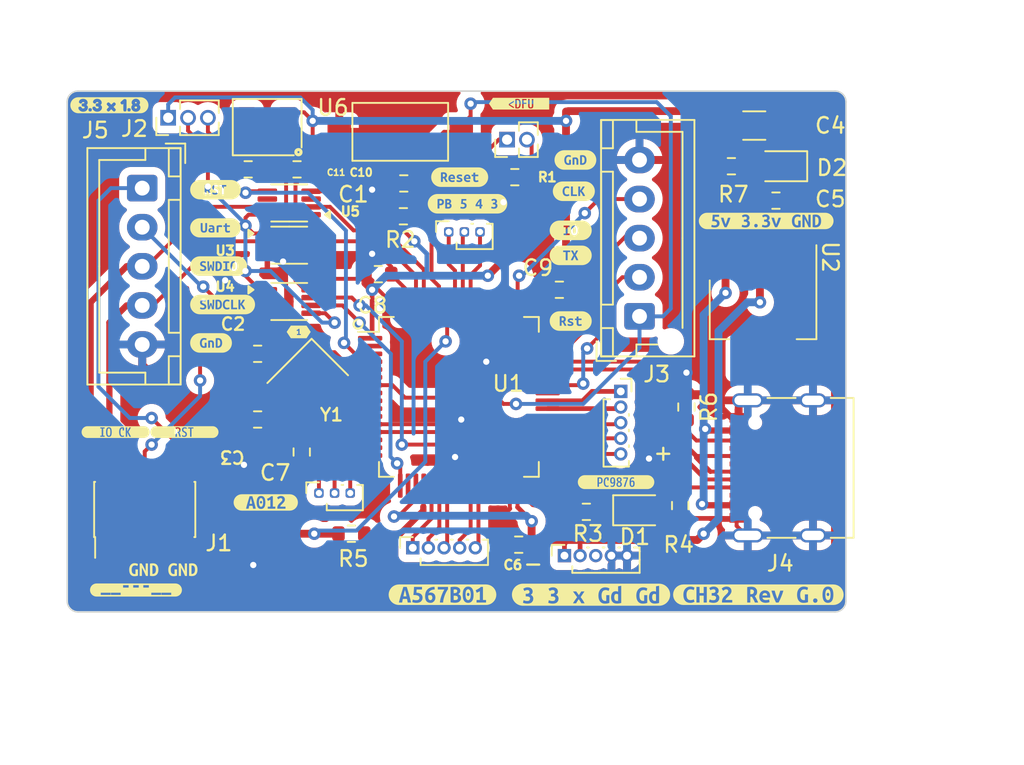
<source format=kicad_pcb>
(kicad_pcb (version 20240108) (generator "pcbnew") (generator_version "8.0")
  (layers (0 "F.Cu" signal) (31 "B.Cu" signal) (34 "B.Paste" user) (35 "F.Paste" user) (36 "B.SilkS" user "B.Silkscreen") (37 "F.SilkS" user "F.Silkscreen") (38 "B.Mask" user) (39 "F.Mask" user) (44 "Edge.Cuts" user))
  (net 0 "")
  (net 1 "+3.3V")
  (net 2 "SWIO_DIR_3V")
  (net 4 "Net-(U1-PF0)")
  (net 5 "Net-(U1-PF1)")
  (net 10 "GND")
  (net 11 "unconnected-(U1-PA0-Pad14)")
  (net 12 "unconnected-(U1-PA1-Pad15)")
  (net 13 "unconnected-(U1-PA2-Pad16)")
  (net 15 "unconnected-(U1-PA5-Pad21)")
  (net 16 "unconnected-(U1-PA6-Pad22)")
  (net 17 "unconnected-(U1-PA7-Pad23)")
  (net 20 "unconnected-(U1-PB0-Pad26)")
  (net 21 "unconnected-(U1-PB1-Pad27)")
  (net 23 "OUT_UART_TX")
  (net 24 "OUT_UART_RX")
  (net 26 "unconnected-(U1-PB15-Pad36)")
  (net 27 "unconnected-(U1-PC6-Pad37)")
  (net 28 "unconnected-(U1-PC7-Pad38)")
  (net 29 "unconnected-(U1-PC8-Pad39)")
  (net 30 "unconnected-(U1-PC9-Pad40)")
  (net 32 "UART_TX")
  (net 34 "D-")
  (net 35 "D+")
  (net 36 "SWDIO")
  (net 37 "SWDCLK")
  (net 43 "unconnected-(U1-PB3-Pad55)")
  (net 44 "unconnected-(U1-PB4-Pad56)")
  (net 45 "unconnected-(U1-PB5-Pad57)")
  (net 46 "INOUT_NRESET")
  (net 47 "OUT_SWDIO")
  (net 48 "OUT_SWDCLK")
  (net 49 "Net-(D1-K)")
  (net 50 "IN_FORCE_DFU")
  (net 52 "Net-(U2-VI)")
  (net 53 "Net-(J4-CC2)")
  (net 54 "Net-(J4-CC1)")
  (net 56 "NRESET")
  (net 62 "Net-(U1-PA4)")
  (net 63 "INOUT_SWO")
  (net 64 "Net-(D2-A)")
  (net 65 "Net-(J2_DFU1-Pin_2)")
  (net 66 "Net-(U1-PB13)")
  (net 68 "OUT_UART_RX_3V")
  (net 69 "INOUT_SWO_3v")
  (net 70 "VTREF")
  (net 71 "OUT_SWDIO_3V")
  (net 73 "OUT_SWDCLK_3V")
  (net 78 "V1.8")
  (footprint "kibuzzard-66C04372" (layer "F.Cu") (at 112.9 97.5)
    (property "Reference" "kibuzzard-66C04372" (hide yes))
    (property "Value" "G***" (hide yes))
  )
  (footprint "kibuzzard-6714B049" (layer "F.Cu") (at 134.4 67.7)
    (property "Reference" "kibuzzard-6714B049" (hide yes))
    (property "Value" "G***" (hide yes))
  )
  (footprint "Resistor_SMD:R_0603_1608Metric" (layer "F.Cu") (at 117.075 71.9)
    (property "Reference" "C11")
    (property "Value" "100n")
  )
  (footprint "Connector_PinHeader_1.27mm:PinHeader_1x03_P1.27mm_Vertical" (layer "F.Cu") (at 111.96 68.6 90)
    (property "Reference" "J2")
    (property "Value" "Conn_01x03_Socket")
  )
  (footprint "kibuzzard-65C1C7F5" (layer "F.Cu") (at 115.185364 78.085762)
    (property "Reference" "kibuzzard-65C1C7F5" (hide yes))
    (property "Value" "G***" (hide yes))
  )
  (footprint "Connector_PinHeader_1.27mm:PinHeader_1x02_P1.27mm_Vertical" (layer "F.Cu") (at 133.63 70 90)
    (property "Reference" "J2_DFU1" (hide yes))
    (property "Value" "con2")
  )
  (footprint "kibuzzard-6713DC16" (layer "F.Cu") (at 113 88.7)
    (property "Reference" "kibuzzard-6713DC16" (hide yes))
    (property "Value" "G***" (hide yes))
  )
  (footprint "Resistor_SMD:R_0603_1608Metric" (layer "F.Cu") (at 138.7 93.8 180)
    (property "Reference" "R3")
    (property "Value" "330")
  )
  (footprint "Resistor_SMD:R_0603_1608Metric" (layer "F.Cu") (at 150.825 73.9)
    (property "Reference" "C5")
    (property "Value" "100n")
  )
  (footprint "Connector_PinSocket_1.00mm:PinSocket_1x05_P1.00mm_Vertical" (layer "F.Cu") (at 137.3 96.6 90)
    (property "Reference" "-")
    (property "Value" "PinSocket_1x05_P1.00mm_Vertical")
  )
  (footprint "Resistor_SMD:R_0603_1608Metric" (layer "F.Cu") (at 134.375 95.9 180)
    (property "Reference" "C6")
    (property "Value" "100n")
  )
  (footprint "Resistor_SMD:R_0603_1608Metric" (layer "F.Cu") (at 134.125 72.4 180)
    (property "Reference" "R1")
    (property "Value" "1k")
  )
  (footprint "Button_Switch_SMD:SW_SPST_CK_RS282G05A3" (layer "F.Cu") (at 126.8 69.5 180)
    (property "Reference" "RST1" (hide yes))
    (property "Value" "SW_DIP_x01")
  )
  (footprint "Resistor_SMD:R_0603_1608Metric" (layer "F.Cu") (at 120.5 89.975 90)
    (property "Reference" "C7")
    (property "Value" "100n")
  )
  (footprint "kibuzzard-67135D9A" (layer "F.Cu") (at 118.2 93.2)
    (property "Reference" "kibuzzard-67135D9A" (hide yes))
    (property "Value" "G***" (hide yes))
  )
  (footprint "kibuzzard-65C1C8EE" (layer "F.Cu") (at 137.9 73.3)
    (property "Reference" "kibuzzard-65C1C8EE" (hide yes))
    (property "Value" "G***" (hide yes))
  )
  (footprint "kibuzzard-65C1C789" (layer "F.Cu") (at 114.7 83)
    (property "Reference" "kibuzzard-65C1C789" (hide yes))
    (property "Value" "G***" (hide yes))
  )
  (footprint "Diode_SMD:D_0805_2012Metric" (layer "F.Cu") (at 151.1375 71.7 180)
    (property "Reference" "D2")
    (property "Value" "LED")
  )
  (footprint "Package_TO_SOT_SMD:SOT-223" (layer "F.Cu") (at 150 80.85 -90)
    (property "Reference" "U2")
    (property "Value" "LM1117-3.3")
  )
  (footprint "Package_SO:VSSOP-8_2.3x2mm_P0.5mm" (layer "F.Cu") (at 119.7 74.05 180)
    (property "Reference" "U5")
    (property "Value" "VTREF<->3V")
  )
  (footprint "Resistor_SMD:R_0603_1608Metric" (layer "F.Cu") (at 147.975 71.7)
    (property "Reference" "R7")
    (property "Value" "330")
  )
  (footprint "Resistor_SMD:R_0603_1608Metric" (layer "F.Cu") (at 145.1 87.1 -90)
    (property "Reference" "R6")
    (property "Value" "5.1k")
  )
  (footprint "Resistor_SMD:R_0603_1608Metric" (layer "F.Cu") (at 127.025 72.8 180)
    (property "Reference" "C1")
    (property "Value" "100n")
  )
  (footprint "kibuzzard-65C1C9D7" (layer "F.Cu") (at 130.6 72.4)
    (property "Reference" "kibuzzard-65C1C9D7" (hide yes))
    (property "Value" "G***" (hide yes))
  )
  (footprint "kibuzzard-6713DC2E" (layer "F.Cu") (at 108.6 88.7)
    (property "Reference" "kibuzzard-6713DC2E" (hide yes))
    (property "Value" "G***" (hide yes))
  )
  (footprint "Diode_SMD:D_0805_2012Metric" (layer "F.Cu") (at 142.1 93.7)
    (property "Reference" "D1")
    (property "Value" "LED")
  )
  (footprint "Connector_PinSocket_1.00mm:PinSocket_1x05_P1.00mm_Vertical" (layer "F.Cu") (at 127.6 96.1 90)
    (property "Reference" "PA4567" (hide yes))
    (property "Value" "PinSocket_1x05_P1.00mm_Vertical")
  )
  (footprint "Connector_PinSocket_1.00mm:PinSocket_1x05_P1.00mm_Vertical" (layer "F.Cu") (at 140.9 86.1)
    (property "Reference" "x2" (hide yes))
    (property "Value" "PinSocket_1x05_P1.00mm_Vertical")
  )
  (footprint "Capacitor_SMD:C_1206_3216Metric_Pad1.33x1.80mm_HandSolder" (layer "F.Cu") (at 149.4375 69.1)
    (property "Reference" "C4")
    (property "Value" "100u")
  )
  (footprint "kibuzzard-671361D3" (layer "F.Cu") (at 120.305025 82.294975)
    (property "Reference" "kibuzzard-671361D3" (hide yes))
    (property "Value" "G***" (hide yes))
  )
  (footprint "Connector_PinSocket_1.00mm:PinSocket_1x03_P1.00mm_Vertical" (layer "F.Cu") (at 121.6 92.6 90)
    (property "Reference" "x" (hide yes))
    (property "Value" "PinSocket_1x03_P1.00mm_Vertical")
  )
  (footprint "Resistor_SMD:R_0603_1608Metric" (layer "F.Cu") (at 125.4 78.6)
    (property "Reference" "C8")
    (property "Value" "100n")
  )
  (footprint "kibuzzard-6714FD4B" (layer "F.Cu") (at 139 99.1)
    (property "Reference" "kibuzzard-6714FD4B" (hide yes))
    (property "Value" "G***" (hide yes))
  )
  (footprint "kibuzzard-65C1C972" (layer "F.Cu") (at 137.7 81.6)
    (property "Reference" "kibuzzard-65C1C972" (hide yes))
    (property "Value" "G***" (hide yes))
  )
  (footprint "Package_SO:VSSOP-8_2.3x2mm_P0.5mm" (layer "F.Cu") (at 119.7 80.35)
    (property "Reference" "U4")
    (property "Value" "VTREF->3V")
  )
  (footprint "kibuzzard-67135DB6" (layer "F.Cu") (at 109.9 98.8)
    (property "Reference" "kibuzzard-67135DB6" (hide yes))
    (property "Value" "G***" (hide yes))
  )
  (footprint "kibuzzard-65C1C789" (layer "F.Cu") (at 138 71.3)
    (property "Reference" "kibuzzard-65C1C789" (hide yes))
    (property "Value" "G***" (hide yes))
  )
  (footprint "Resistor_SMD:R_0603_1608Metric" (layer "F.Cu") (at 144.7 93.4 90)
    (property "Reference" "R4")
    (property "Value" "5.1k")
  )
  (footprint "Resistor_SMD:R_0603_1608Metric" (layer "F.Cu") (at 127 74.9)
    (property "Reference" "R2")
    (property "Value" "10k")
  )
  (footprint "Resistor_SMD:R_0603_1608Metric" (layer "F.Cu") (at 117.680025 87.894975 180)
    (property "Reference" "C3")
    (property "Value" "22pf")
  )
  (footprint "kibuzzard-67135D50" (layer "F.Cu") (at 150.2 75.2)
    (property "Reference" "kibuzzard-67135D50" (hide yes))
    (property "Value" "G***" (hide yes))
  )
  (footprint "kibuzzard-65C1C918" (layer "F.Cu") (at 137.7 75.8)
    (property "Reference" "kibuzzard-65C1C918" (hide yes))
    (property "Value" "G***" (hide yes))
  )
  (footprint "footprints:Crystal_SMD_TXC_7M-4Pin_3.2x2.5mm_45deg" (layer "F.Cu") (at 120.881802 85.316117 180)
    (property "Reference" "Y1")
    (property "Value" "8Mhz")
  )
  (footprint "Connector_USB:USB_C_Receptacle_Palconn_UTC16-G" (layer "F.Cu") (at 150.95 90.99 90)
    (property "Reference" "J4")
    (property "Value" "USB")
  )
  (footprint "kibuzzard-66C0437E" (layer "F.Cu") (at 110.4 97.5)
    (property "Reference" "kibuzzard-66C0437E" (hide yes))
    (property "Value" "G***" (hide yes))
  )
  (footprint "kibuzzard-6714FD63" (layer "F.Cu") (at 149.7 99.1)
    (property "Reference" "kibuzzard-6714FD63" (hide yes))
    (property "Value" "G***" (hide yes))
  )
  (footprint "kibuzzard-6714FD27" (layer "F.Cu") (at 129.5 99.1)
    (property "Reference" "kibuzzard-6714FD27" (hide yes))
    (property "Value" "G***" (hide yes))
  )
  (footprint "Resistor_SMD:R_0603_1608Metric" (layer "F.Cu") (at 136.975 79.6 180)
    (property "Reference" "C9")
    (property "Value" "100n")
  )
  (footprint "Connector_JST:JST_XH_B5B-XH-A_1x05_P2.50mm_Vertical" (layer "F.Cu") (at 110.3 73.1 -90)
    (property "Reference" "J5")
    (property "Value" "Debug port")
  )
  (footprint "PCM_Package_TO_SOT_SMD_AKL:TSOT-23-5" (layer "F.Cu") (at 118.29 69.2 180)
    (property "Reference" "U6")
    (property "Value" "RT9013-33GB" (hide yes))
  )
  (footprint "kibuzzard-67137B7B" (layer "F.Cu") (at 114.977111 75.640397)
    (property "Reference" "kibuzzard-67137B7B" (hide yes))
    (property "Value" "G***" (hide yes))
  )
  (footprint "kibuzzard-65C1C92F" (layer "F.Cu") (at 137.7 77.4)
    (property "Reference" "kibuzzard-65C1C92F" (hide yes))
    (property "Value" "G***" (hide yes))
  )
  (footprint "Resistor_SMD:R_0603_1608Metric" (layer "F.Cu") (at 117.680025 83.694975 180)
    (property "Reference" "C2")
    (property "Value" "22pf")
  )
  (footprint "Resistor_SMD:R_0603_1608Metric" (layer "F.Cu") (at 123.675 95.2)
    (property "Reference" "R5")
    (property "Value" "1k")
  )
  (footprint "Package_QFP:LQFP-64_10x10mm_P0.5mm" (layer "F.Cu") (at 130.55 86.45)
    (property "Reference" "U1")
    (property "Value" "CH32V303RCT6")
  )
  (footprint "kibuzzard-67137B47" (layer "F.Cu") (at 114.983896 73.2)
    (property "Reference" "kibuzzard-67137B47" (hide yes))
    (property "Value" "G***" (hide yes))
  )
  (footprint "kibuzzard-6713D043" (layer "F.Cu") (at 140.6 91.9)
    (property "Reference" "kibuzzard-6713D043" (hide yes))
    (property "Value" "G***" (hide yes))
  )
  (footprint "kibuzzard-65C1C805" (layer "F.Cu") (at 115.439084 80.54288)
    (property "Reference" "kibuzzard-65C1C805" (hide yes))
    (property "Value" "G***" (hide yes))
  )
  (footprint "kibuzzard-65D8420C" (layer "F.Cu") (at 131.1 74.1)
    (property "Reference" "kibuzzard-65D8420C" (hide yes))
    (property "Value" "G***" (hide yes))
  )
  (footprint "Connector_PinHeader_1.27mm:PinHeader_2x05_P1.27mm_Vertical_SMD" (layer "F.Cu") (at 110.46 93.65 90)
    (property "Reference" "J1")
    (property "Value" "jtag")
  )
  (footprint "Resistor_SMD:R_0603_1608Metric" (layer "F.Cu") (at 120.2 71.9 180)
    (property "Reference" "C10")
    (property "Value" "100n")
  )
  (footprint "Connector_PinSocket_1.00mm:PinSocket_1x03_P1.00mm_Vertical" (layer "F.Cu") (at 129.9 75.9 90)
    (property "Reference" "PB567" (hide yes))
    (property "Value" "PIN1X3")
  )
  (footprint "Connector_JST:JST_XH_B5B-XH-AM_1x05_P2.50mm_Vertical" (layer "F.Cu") (at 142.1 81.3 90)
    (property "Reference" "J3")
    (property "Value" "Debug port")
  )
  (footprint "kibuzzard-6714FCCA" (layer "F.Cu") (at 108.2 67.8)
    (property "Reference" "kibuzzard-6714FCCA" (hide yes))
    (property "Value" "G***" (hide yes))
  )
  (footprint "Package_SO:VSSOP-8_2.3x2mm_P0.5mm" (layer "F.Cu") (at 119.7 76.75)
    (property "Reference" "U3")
    (property "Value" "3V->VTREF")
  )
  (gr_circle (center 124.1 81.8) (end 123.9 81.6) (stroke (width 0.15)) (fill none) (layer "F.SilkS"))
  (gr_line (start 106.205026 100.199999) (end 154.599999 100.199999) (stroke (width 0.1)) (layer "Edge.Cuts"))
  (gr_line (start 105.5 67.594975) (end 105.505026 99.499999) (stroke (width 0.1)) (layer "Edge.Cuts"))
  (gr_arc (start 154.605025 66.894975) (mid 155.1 67.1) (end 155.305025 67.594975) (stroke (width 0.1)) (layer "Edge.Cuts"))
  (gr_line (start 154.605025 66.894975) (end 106.2 66.894975) (stroke (width 0.1)) (layer "Edge.Cuts"))
  (gr_arc (start 106.205026 100.199999) (mid 105.710051 99.994974) (end 105.505026 99.499999) (stroke (width 0.1)) (layer "Edge.Cuts"))
  (gr_arc (start 155.299999 99.499999) (mid 155.094974 99.994974) (end 154.599999 100.199999) (stroke (width 0.1)) (layer "Edge.Cuts"))
  (gr_line (start 155.299999 99.499999) (end 155.305025 67.594975) (stroke (width 0.1)) (layer "Edge.Cuts"))
  (gr_arc (start 105.5 67.594975) (mid 105.705033 67.100008) (end 106.2 66.894975) (stroke (width 0.1)) (layer "Edge.Cuts"))
  (gr_text "+" (at 142.9 90.6 0) (layer "F.SilkS") (effects (font (size 1 1)) (justify left bottom)))
  (segment (start 134.3 93.5) (end 134.3 91.091312) (width 0.25) (layer "F.Cu") (net 1))
  (segment (start 125 82.575) (end 124.875 82.7) (width 0.3) (layer "F.Cu") (net 1))
  (segment (start 121.2 90.8) (end 120.7 90.8) (width 0.25) (layer "F.Cu") (net 1))
  (segment (start 124.275 78.9) (end 120.2 78.9) (width 0.25) (layer "F.Cu") (net 1))
  (segment (start 137.8 79.6) (end 137.8 82.164) (width 0.25) (layer "F.Cu") (net 1))
  (segment (start 137.4 71.325) (end 137.4 68.8) (width 0.5) (layer "F.Cu") (net 1))
  (segment (start 119.6 70.15) (end 121.05 70.15) (width 0.25) (layer "F.Cu") (net 1))
  (segment (start 124.8 78.825) (end 125 79.025) (width 0.3) (layer "F.Cu") (net 1))
  (segment (start 126.175 74.975) (end 127.7 76.5) (width 0.25) (layer "F.Cu") (net 1))
  (segment (start 137.4 75.1) (end 137.4 71.4925) (width 0.5) (layer "F.Cu") (net 1))
  (segment (start 137.4 79.2) (end 137.4 75.1) (width 0.5) (layer "F.Cu") (net 1))
  (segment (start 134 90.779312) (end 134 90.3) (width 0.25) (layer "F.Cu") (net 1))
  (segment (start 137.4 75.1) (end 136 75.1) (width 0.5) (layer "F.Cu") (net 1))
  (segment (start 119.6 68.25) (end 120.65 68.25) (width 0.25) (layer "F.Cu") (net 1))
  (segment (start 137.8 82.164) (end 137.267 82.697) (width 0.25) (layer "F.Cu") (net 1))
  (segment (start 137.267 82.697) (end 136.231 82.697) (width 0.25) (layer "F.Cu") (net 1))
  (segment (start 145.8 95.6) (end 146.2 95.2) (width 0.5) (layer "F.Cu") (net 1))
  (segment (start 146.45 69.2) (end 147.475 69.2) (width 0.5) (layer "F.Cu") (net 1))
  (segment (start 146.4 72.775) (end 149.6 75.975) (width 0.5) (layer "F.Cu") (net 1))
  (segment (start 120.2 76) (end 120.1 75.9) (width 0.25) (layer "F.Cu") (net 1))
  (segment (start 126.667764 94.1) (end 126.4 94.1) (width 0.25) (layer "F.Cu") (net 1))
  (segment (start 120.105025 74.8) (end 121.1 74.8) (width 0.25) (layer "F.Cu") (net 1))
  (segment (start 135.5 95.6) (end 145.8 95.6) (width 0.5) (layer "F.Cu") (net 1))
  (segment (start 120.1 74.794975) (end 120.1 72.825) (width 0.25) (layer "F.Cu") (net 1))
  (segment (start 137.8 79.6) (end 137.4 79.2) (width 0.5) (layer "F.Cu") (net 1))
  (segment (start 121.1 76) (end 120.2 76) (width 0.25) (layer "F.Cu") (net 1))
  (segment (start 121.2 70) (end 121.2 68.8) (width 0.25) (layer "F.Cu") (net 1))
  (segment (start 146.4 71.7) (end 147.15 71.7) (width 0.5) (layer "F.Cu") (net 1))
  (segment (start 126.8 80.775) (end 126.575 80.775) (width 0.25) (layer "F.Cu") (net 1))
  (segment (start 148.2 74.575) (end 148.875 73.9) (width 0.25) (layer "F.Cu") (net 1))
  (segment (start 146.4 71.7) (end 146.4 69.15) (width 0.5) (layer "F.Cu") (net 1))
  (segment (start 145.45 68.175) (end 146.45 69.175) (width 0.5) (layer "F.Cu") (net 1))
  (segment (start 135.2 95.9) (end 135.5 95.6) (width 0.5) (layer "F.Cu") (net 1))
  (segment (start 148.875 73.9) (end 150 73.9) (width 0.25) (layer "F.Cu") (net 1))
  (segment (start 134.306 91.085312) (end 134 90.779312) (width 0.25) (layer "F.Cu") (net 1))
  (segment (start 125 79.6) (end 124.575 79.175) (width 0.5) (layer "F.Cu") (net 1))
  (segment (start 132.372 88.697) (end 124.881 88.697) (width 0.25) (layer "F.Cu") (net 1))
  (segment (start 121.05 70.15) (end 121.2 70) (width 0.25) (layer "F.Cu") (net 1))
  (segment (start 124.575 79.175) (end 124.575 78.6) (width 0.5) (layer "F.Cu") (net 1))
  (segment (start 127.8 92.125) (end 127.8 92.967764) (width 0.25) (layer "F.Cu") (net 1))
  (segment (start 123.3 88.7) (end 121.2 90.8) (width 0.25) (layer "F.Cu") (net 1))
  (segment (start 149.8 80.4) (end 149.8 77.9) (width 0.5) (layer "F.Cu") (net 1))
  (segment (start 120.65 68.25) (end 121.2 68.8) (width 0.25) (layer "F.Cu") (net 1))
  (segment (start 120.2 78.9) (end 120.1 79) (width 0.25) (layer "F.Cu") (net 1))
  (segment (start 126.575 80.775) (end 124.825 79.025) (width 0.25) (layer "F.Cu") (net 1))
  (segment (start 137.41 71.425) (end 137.435 71.4) (width 0.25) (layer "F.Cu") (net 1))
  (segment (start 138.3 96.7) (end 138.3 95.902) (width 0.3) (layer "F.Cu") (net 1))
  (segment (start 127.8 92.967764) (end 126.667764 94.1) (width 0.25) (layer "F.Cu") (net 1))
  (segment (start 120.1 75.9) (end 120.1 74.794975) (width 0.25) (layer "F.Cu") (net 1))
  (segment (start 125 79.025) (end 125 82.575) (width 0.3) (layer "F.Cu") (net 1))
  (segment (start 137.4 68.8) (end 137.4 68.2) (width 0.5) (layer "F.Cu") (net 1))
  (segment (start 136 75.1) (end 132.4 78.7) (width 0.5) (layer "F.Cu") (net 1))
  (segment (start 120.1 74.794975) (end 120.105025 74.8) (width 0.25) (layer "F.Cu") (net 1))
  (segment (start 133.975 90.3) (end 132.372 88.697) (width 0.25) (layer "F.Cu") (net 1))
  (segment (start 124.825 79.025) (end 124.825 78.8) (width 0.25) (layer "F.Cu") (net 1))
  (segment (start 120.1 72.825) (end 121.025 71.9) (width 0.25) (layer "F.Cu") (net 1))
  (segment (start 137.3 96.7) (end 137.3 95.8) (width 0.3) (layer "F.Cu") (net 1))
  (segment (start 143 95.802) (end 143 93.7375) (width 0.25) (layer "F.Cu") (net 1))
  (segment (start 146.4 69.15) (end 146.45 69.2) (width 0.5) (layer "F.Cu") (net 1))
  (segment (start 137.3 95.8) (end 137.1 95.6) (width 0.4) (layer "F.Cu") (net 1))
  (segment (start 149.6 75.975) (end 149.6 76.9) (width 0.5) (layer "F.Cu") (net 1))
  (segment (start 124.575 78.6) (end 124.275 78.9) (width 0.25) (layer "F.Cu") (net 1))
  (segment (start 134.306 93.506) (end 134.3 93.5) (width 0.3) (layer "F.Cu") (net 1))
  (segment (start 146.4 71.675) (end 146.4 72.775) (width 0.5) (layer "F.Cu") (net 1))
  (segment (start 120.1 79) (end 120.1 75.9) (width 0.25) (layer "F.Cu") (net 1))
  (segment (start 135.2 94.4) (end 134.306 93.506) (width 0.3) (layer "F.Cu") (net 1))
  (segment (start 135.2 94.4) (end 135.2 95.9) (width 0.5) (layer "F.Cu") (net 1))
  (segment (start 120.7 79.6) (end 120.1 79) (width 0.25) (layer "F.Cu") (net 1))
  (segment (start 145.45 68.175) (end 137.535 68.175) (width 0.5) (layer "F.Cu") (net 1))
  (segment (start 124.875 88.7) (end 123.3 88.7) (width 0.25) (layer "F.Cu") (net 1))
  (via (at 126.4 94.1) (size 0.8) (drill 0.4) (layers "F.Cu" "B.Cu") (net 1))
  (via (at 149.8 80.4) (size 0.8) (drill 0.4) (layers "F.Cu" "B.Cu") (net 1))
  (via (at 121.2 68.8) (size 0.8) (drill 0.4) (layers "F.Cu" "B.Cu") (net 1))
  (via (at 137.4 68.8) (size 0.8) (drill 0.4) (layers "F.Cu" "B.Cu") (net 1))
  (via (at 146.2 95.2) (size 0.8) (drill 0.4) (layers "F.Cu" "B.Cu") (net 1))
  (via (at 127.7 76.5) (size 0.8) (drill 0.4) (layers "F.Cu" "B.Cu") (net 1))
  (via (at 125 79.6) (size 0.8) (drill 0.4) (layers "F.Cu" "B.Cu") (net 1))
  (via (at 135.2 94.4) (size 0.8) (drill 0.4) (layers "F.Cu" "B.Cu") (net 1))
  (via (at 132.4 78.7) (size 0.8) (drill 0.4) (layers "F.Cu" "B.Cu") (net 1))
  (segment (start 128.5 77.3) (end 127.7 76.5) (width 0.3) (layer "B.Cu") (net 1))
  (segment (start 147.15 94.25) (end 147.15 82.25) (width 0.5) (layer "B.Cu") (net 1))
  (segment (start 137.4 68.8) (end 121.2 68.8) (width 0.5) (layer "B.Cu") (net 1))
  (segment (start 149 80.4) (end 149.8 80.4) (width 0.5) (layer "B.Cu") (net 1))
  (segment (start 126.4 94.1) (end 126.45 94.05) (width 0.5) (layer "B.Cu") (net 1))
  (segment (start 128.5 78.7) (end 128.5 77.3) (width 0.3) (layer "B.Cu") (net 1))
  (segment (start 147.15 82.25) (end 149 80.4) (width 0.5) (layer "B.Cu") (net 1))
  (segment (start 121.2 68.8) (end 121.2 68.1) (width 0.25) (layer "B.Cu") (net 1))
  (segment (start 134.85 94.05) (end 135.2 94.4) (width 0.5) (layer "B.Cu") (net 1))
  (segment (start 120.4 67.3) (end 112.4 67.3) (width 0.25) (layer "B.Cu") (net 1))
  (segment (start 126.45 94.05) (end 134.85 94.05) (width 0.5) (layer "B.Cu") (net 1))
  (segment (start 125 79.6) (end 125.9 78.7) (width 0.5) (layer "B.Cu") (net 1))
  (segment (start 146.2 95.2) (end 147.15 94.25) (width 0.5) (layer "B.Cu") (net 1))
  (segment (start 121.2 68.1) (end 120.4 67.3) (width 0.25) (layer "B.Cu") (net 1))
  (segment (start 125.9 78.7) (end 132.4 78.7) (width 0.5) (layer "B.Cu") (net 1))
  (segment (start 111.96 67.74) (end 111.96 68.6) (width 0.25) (layer "B.Cu") (net 1))
  (segment (start 112.4 67.3) (end 111.96 67.74) (width 0.25) (layer "B.Cu") (net 1))
  (segment (start 124.875 83.7) (end 123.91005 83.7) (width 0.25) (layer "F.Cu") (net 2))
  (segment (start 117 73.3) (end 116.905025 73.394975) (width 0.25) (layer "F.Cu") (net 2))
  (segment (start 123.91005 83.7) (end 123.205025 82.994975) (width 0.25) (layer "F.Cu") (net 2))
  (segment (start 118.3 73.3) (end 117 73.3) (width 0.25) (layer "F.Cu") (net 2))
  (via (at 123.205025 82.994975) (size 0.8) (drill 0.4) (layers "F.Cu" "B.Cu") (net 2))
  (via (at 116.905025 73.394975) (size 0.8) (drill 0.4) (layers "F.Cu" "B.Cu") (net 2))
  (segment (start 123.2 83) (end 123.325 82.875) (width 0.25) (layer "B.Cu") (net 2))
  (segment (start 120.905025 73.394975) (end 116.905025 73.394975) (width 0.25) (layer "B.Cu") (net 2))
  (segment (start 123.325 75.81495) (end 120.905025 73.394975) (width 0.25) (layer "B.Cu") (net 2))
  (segment (start 123.325 82.875) (end 123.325 75.81495) (width 0.25) (layer "B.Cu") (net 2))
  (segment (start 118.505025 83.694975) (end 120.816295 83.694975) (width 0.25) (layer "F.Cu") (net 4))
  (segment (start 123.71005 84.7) (end 122.605025 83.594975) (width 0.25) (layer "F.Cu") (net 4))
  (segment (start 124.875 84.7) (end 123.71005 84.7) (width 0.25) (layer "F.Cu") (net 4))
  (segment (start 122.605025 83.594975) (end 121.400863 83.594975) (width 0.25) (layer "F.Cu") (net 4))
  (segment (start 122.537261 86.694975) (end 120.705025 86.694975) (width 0.25) (layer "F.Cu") (net 5))
  (segment (start 119.505025 87.894975) (end 120.705025 86.694975) (width 0.25) (layer "F.Cu") (net 5))
  (segment (start 124.875 85.2) (end 124.032236 85.2) (width 0.25) (layer "F.Cu") (net 5))
  (segment (start 124.032236 85.2) (end 122.537261 86.694975) (width 0.25) (layer "F.Cu") (net 5))
  (segment (start 118.505025 87.894975) (end 119.505025 87.894975) (width 0.25) (layer "F.Cu") (net 5))
  (segment (start 117.9 71.9) (end 117.9 71.1) (width 0.25) (layer "F.Cu") (net 10))
  (segment (start 133.4 73.8) (end 133.4 72.7) (width 0.5) (layer "F.Cu") (net 10))
  (segment (start 136.15 79.6) (end 135.3 80.45) (width 0.25) (layer "F.Cu") (net 10))
  (segment (start 119.4 77.5) (end 119.5 77.4) (width 0.25) (layer "F.Cu") (net 10))
  (segment (start 115.4 98) (end 111.16 98) (width 0.5) (layer "F.Cu") (net 10))
  (segment (start 119.105025 82.4) (end 119.5 82.005025) (width 0.25) (layer "F.Cu") (net 10))
  (segment (start 117.9 71.9) (end 119.375 71.9) (width 0.25) (layer "F.Cu") (net 10))
  (segment (start 133.9 82.6) (end 132.3 84.2) (width 0.5) (layer "F.Cu") (net 10))
  (segment (start 127.3 79.7) (end 126.4 78.8) (width 0.25) (layer "F.Cu") (net 10))
  (segment (start 133.806 92.122) (end 133.806 93.594) (width 0.25) (layer "F.Cu") (net 10))
  (segment (start 151.45 69.2) (end 152.4 69.2) (width 0.5) (layer "F.Cu") (net 10))
  (segment (start 117.4 97.2) (end 117.4 97.8) (width 0.5) (layer "F.Cu") (net 10))
  (segment (start 153.11 86.66) (end 154.56 86.66) (width 0.25) (layer "F.Cu") (net 10))
  (segment (start 141.3 97.956) (end 141.344 98) (width 0.5) (layer "F.Cu") (net 10))
  (segment (start 125 77.3) (end 125.4 77.3) (width 0.25) (layer "F.Cu") (net 10))
  (segment (start 125 73.2) (end 125.4 72.8) (width 0.25) (layer "F.Cu") (net 10))
  (segment (start 115.605025 89.694975) (end 116.705025 90.794975) (width 0.5) (layer "F.Cu") (net 10))
  (segment (start 145.288 71.628) (end 145.288 84.712) (width 0.5) (layer "F.Cu") (net 10))
  (segment (start 116.855025 87.894975) (end 116.855025 90.844975) (width 0.5) (layer "F.Cu") (net 10))
  (segment (start 141.3 96.6) (end 141.3 97.956) (width 0.5) (layer "F.Cu") (net 10))
  (segment (start 125.4 72.8) (end 126.2 72.8) (width 0.25) (layer "F.Cu") (net 10))
  (segment (start 110.3 83.54978) (end 110.3 84.4) (width 0.5) (layer "F.Cu") (net 10))
  (segment (start 119.670102 85.325736) (end 122.074264 85.325736) (width 0.25) (layer "F.Cu") (net 10))
  (segment (start 124.8 77.5) (end 125 77.3) (width 0.25) (layer "F.Cu") (net 10))
  (segment (start 118.55 81.1) (end 119.45 81.1) (width 0.25) (layer "F.Cu") (net 10))
  (segment (start 116.855025 85.594975) (end 116.957106 85.492894) (width 0.5) (layer "F.Cu") (net 10))
  (segment (start 148.31 94.18) (end 148.31 94.7) (width 0.25) (layer "F.Cu") (net 10))
  (segment (start 116.855025 82.65) (end 116.855025 83.694975) (width 0.5) (layer "F.Cu") (net 10))
  (segment (start 121.1 77.5) (end 124.8 77.5) (width 0.25) (layer "F.Cu") (net 10))
  (segment (start 118.4 69.5) (end 118.7 69.2) (width 0.25) (layer "F.Cu") (net 10))
  (segment (start 144.96 71.3) (end 145.288 71.628) (width 0.5) (layer "F.Cu") (net 10))
  (segment (start 148.31 87.78) (end 148.31 87.26) (width 0.25) (layer "F.Cu") (net 10))
  (segment (start 133.1 94.3) (end 133.1 98) (width 0.3) (layer "F.Cu") (net 10))
  (segment (start 145.225 85.025) (end 145.1 84.9) (width 0.25) (layer "F.Cu") (net 10))
  (segment (start 154.6 96.9) (end 154.6 95.3) (width 0.5) (layer "F.Cu") (net 10))
  (segment (start 118.7 69.2) (end 119.6 69.2) (width 0.25) (layer "F.Cu") (net 10))
  (segment (start 130.7 87.9) (end 130.4 88.2) (width 0.25) (layer "F.Cu") (net 10))
  (segment (start 141.344 98) (end 153.5 98) (width 0.5) (layer "F.Cu") (net 10))
  (segment (start 142.1 71.3) (end 144.96 71.3) (width 0.5) (layer "F.Cu") (net 10))
  (segment (start 134.2 82.3) (end 134.6 82.3) (width 0.5) (layer "F.Cu") (net 10))
  (segment (start 126.225 78.125) (end 126.225 78.6) (width 0.25) (layer "F.Cu") (net 10))
  (segment (start 154.6 95.3) (end 153.11 95.3) (width 0.5) (layer "F.Cu") (net 10))
  (segment (start 122.168629 89.194975) (end 123.163604 88.2) (width 0.25) (layer "F.Cu") (net 10))
  (segment (start 118.4 70.6) (end 118.4 69.5) (width 0.25) (layer "F.Cu") (net 10))
  (segment (start 154.6 84.2) (end 154.6 86.7) (width 0.5) (layer "F.Cu") (net 10))
  (segment (start 134.5 83.2) (end 136.225 83.2) (width 0.25) (layer "F.Cu") (net 10))
  (segment (start 113.5 98) (end 141.256 98) (width 0.5) (layer "F.Cu") (net 10))
  (segment (start 119.105025 82.4) (end 117.105025 82.4) (width 0.5) (layer "F.Cu") (net 10))
  (segment (start 152.5 71.7) (end 153.3 71.7) (width 0.4) (layer "F.Cu") (net 10))
  (segment (start 154.56 86.66) (end 154.6 86.7) (width 0.25) (layer "F.Cu") (net 10))
  (segment (start 116.855025 85.594975) (end 116.855025 87.894975) (width 0.5) (layer "F.Cu") (net 10))
  (segment (start 124.9 73.3) (end 125 73.2) (width 0.25) (layer "F.Cu") (net 10))
  (segment (start 145.1 86.15) (end 145.1 85.15) (width 0.5) (layer "F.Cu") (net 10))
  (segment (start 127.3 80.775) (end 127.3 82.225) (width 0.25) (layer "F.Cu") (net 10))
  (segment (start 130.4 88.2) (end 124.875 88.2) (width 0.25) (layer "F.Cu") (net 10))
  (segment (start 152.4 69.2) (end 153.3 70.1) (width 0.5) (layer "F.Cu") (net 10))
  (segment (start 116.705025 90.794975) (end 116.805025 90.794975) (width 0.5) (layer "F.Cu") (net 10))
  (segment (start 132.2 84.1) (end 132.3 84.2) (width 0.5) (layer "F.Cu") (net 10))
  (segment (start 110.3 84.4) (end 115.55 89.65) (width 0.5) (layer "F.Cu") (net 10))
  (segment (start 151.9 73.9) (end 153.3 73.9) (width 0.25) (layer "F.Cu") (net 10))
  (segment (start 119.5 77.98995) (end 119.305025 77.794975) (width 0.25) (layer "F.Cu") (net 10))
  (segment (start 140.3 97.944) (end 140.3 96.9) (width 0.4) (layer "F.Cu") (net 10))
  (segment (start 154.05 83.65) (end 154.6 84.2) (width 0.5) (layer "F.Cu") (net 10))
  (segment (start 154.6 86.7) (end 154.6 95.3) (width 0.5) (layer "F.Cu") (net 10))
  (segment (start 127.375 82.375) (end 129.1 84.1) (width 0.5) (layer "F.Cu") (net 10))
  (segment (start 154.05 79.45) (end 154.05 83.65) (width 0.5) (layer "F.Cu") (net 10))
  (segment (start 116.957106 85.492894) (end 119.502944 85.492894) (width 0.5) (layer "F.Cu") (net 10))
  (segment (start 118.6 77.5) (end 119.4 77.5) (width 0.25) (layer "F.Cu") (net 10))
  (segment (start 135.3 81.6) (end 134.6 82.3) (width 0.25) (layer "F.Cu") (net 10))
  (segment (start 133.9 82.6) (end 134.5 83.2) (width 0.25) (layer "F.Cu") (net 10))
  (segment (start 119.5 77.4) (end 119.5 77.6) (width 0.25) (layer "F.Cu") (net 10))
  (segment (start 148.31 87.26) (end 148.91 86.66) (width 0.25) (layer "F.Cu") (net 10))
  (segment (start 145.17 94.22) (end 145.075 94.125) (width 0.25) (layer "F.Cu") (net 10))
  (segment (start 133.806 93.594) (end 133.1 94.3) (width 0.3) (layer "F.Cu") (net 10))
  (segment (start 148.91 86.66) (end 153.11 86.66) (width 0.25) (layer "F.Cu") (net 10))
  (segment (start 115.4 97.2) (end 113.8 95.6) (width 0.5) (layer "F.Cu") (net 10))
  (segment (start 111.16 98) (end 110.46 97.3) (width 0.5) (layer "F.Cu") (net 10))
  (segment (start 133.9 82.6) (end 134.2 82.3) (width 0.5) (layer "F.Cu") (net 10))
  (segment (start 117.105025 82.4) (end 116.855025 82.65) (width 0.5) (layer "F.Cu") (net 10))
  (segment (start 135.3 80.45) (end 135.3 81.6) (width 0.25) (layer "F.Cu") (net 10))
  (segment (start 127.3 80.775) (end 127.3 79.7) (width 0.25) (layer "F.Cu") (net 10))
  (segment (start 126.2 71.7) (end 124 69.5) (width 0.25) (layer "F.Cu") (net 10))
  (segment (start 153.3 70.075) (end 153.3 76.175) (width 0.5) (layer "F.Cu") (net 10))
  (segment (start 119.5 82.005025) (end 119.5 77.98995) (width 0.25) (layer "F.Cu") (net 10))
  (segment (start 153.3 76.175) (end 152.3 77.175) (width 0.5) (layer "F.Cu") (net 10))
  (segment (start 120.544975 89.194975) (end 122.168629 89.194975) (width 0.25) (layer "F.Cu") (net 10))
  (segment (start 145.288 84.712) (end 145.1 84.9) (width 0.5) (layer "F.Cu") (net 10))
  (segment (start 148.31 94.7) (end 148.91 95.3) (width 0.25) (layer "F.Cu") (net 10))
  (segment (start 125.4 77.3) (end 126.225 78.125) (width 0.25) (layer "F.Cu") (net 10))
  (segment (start 153.5 98) (end 154.6 96.9) (width 0.5) (layer "F.Cu") (net 10))
  (segment (start 109.19 95.6) (end 110.46 95.6) (width 0.5) (layer "F.Cu") (net 10))
  (segment (start 117.9 71.1) (end 118.4 70.6) (width 0.25) (layer "F.Cu") (net 10))
  (segment (start 124 69.5) (end 122.9 69.5) (width 0.25) (layer "F.Cu") (net 10))
  (segment (start 129.1 84.1) (end 132.2 84.1) (width 0.5) (layer "F.Cu") (net 10))
  (segment (start 113.8 95.6) (end 113 95.6) (width 0.5) (layer "F.Cu") (net 10))
  (segment (start 119.5 77.6) (end 119.305025 77.794975) (width 0.25) (layer "F.Cu") (net 10))
  (segment (start 148.91 95.3) (end 153.11 95.3) (width 0.25) (layer "F.Cu") (net 10))
  (segment (start 152.3 77.7) (end 154.05 79.45) (width 0.5) (layer "F.Cu") (net 10))
  (segment (start 121.1 73.3) (end 124.9 73.3) (width 0.25) (layer "F.Cu") (net 10))
  (segment (start 147.99 87.79) (end 146.6 86.4) (width 0.4) (layer "F.Cu") (net 10))
  (segment (start 148.3 94.22) (end 145.17 94.22) (width 0.3) (layer "F.Cu") (net 10))
  (segment (start 119.5 77.4) (end 119.5 72.025) (width 0.25) (layer "F.Cu") (net 10))
  (segment (start 116.855025 83.694975) (end 116.855025 85.594975) (width 0.5) (layer "F.Cu") (net 10))
  (segment (start 115.4 98) (end 115.4 97.2) (width 0.5) (layer "F.Cu") (net 10))
  (segment (start 110.46 97.3) (end 110.46 95.6) (width 0.5) (layer "F.Cu") (net 10))
  (segment (start 127.375 82.3) (end 127.375 82.375) (width 0.5) (layer "F.Cu") (net 10))
  (segment (start 123.163604 88.2) (end 124.875 88.2) (width 0.25) (layer "F.Cu") (net 10))
  (segment (start 146.6 86.4) (end 145.35 86.4) (width 0.4) (layer "F.Cu") (net 10))
  (segment (start 126.2 73.1) (end 126.2 71.7) (width 0.25) (layer "F.Cu") (net 10))
  (via (at 145.1 84.9) (size 0.8) (drill 0.4) (layers "F.Cu" "B.Cu") (net 10))
  (via (at 133.4 74) (size 0.8) (drill 0.4) (layers "F.Cu" "B.Cu") (net 10))
  (via (at 132.3 84.2) (size 0.8) (drill 0.4) (layers "F.Cu" "B.Cu") (net 10))
  (via (at 115.605025 78.994975) (size 0.8) (drill 0.4) (layers "F.Cu" "B.Cu") (net 10))
  (via (at 130.7 87.9) (size 0.8) (drill 0.4) (layers "F.Cu" "B.Cu") (net 10))
  (via (at 117.4 97.2) (size 0.8) (drill 0.4) (layers "F.Cu" "B.Cu") (net 10))
  (via (at 130.305025 90.294975) (size 0.8) (drill 0.4) (layers "F.Cu" "B.Cu") (net 10))
  (via (at 125 77.3) (size 0.8) (drill 0.4) (layers "F.Cu" "B.Cu") (net 10))
  (via (at 142.705025 90.394975) (size 0.8) (drill 0.4) (layers "F.Cu" "B.Cu") (net 10))
  (via (at 125 73.2) (size 0.8) (drill 0.4) (layers "F.Cu" "B.Cu") (net 10))
  (via (at 119.305025 77.794975) (size 0.8) (drill 0.4) (layers "F.Cu" "B.Cu") (net 10))
  (via (at 116.805025 90.794975) (size 0.8) (drill 0.4) (layers "F.Cu" "B.Cu") (net 10))
  (segment (start 132.3 84.2) (end 132.3 84.15) (width 0.25) (layer "B.Cu") (net 10))
  (segment (start 132.35 84.2) (end 132.3 84.2) (width 0.25) (layer "B.Cu") (net 10))
  (segment (start 132.3 84.2) (end 132.3 87.8) (width 0.5) (layer "B.Cu") (net 10))
  (segment (start 117.4 91.38995) (end 117.4 97.2) (width 0.5) (layer "B.Cu") (net 10))
  (segment (start 132.3 84.2) (end 132.3 86.3) (width 0.25) (layer "B.Cu") (net 10))
  (segment (start 145.1 90.1) (end 145.1 84.9) (width 0.5) (layer "B.Cu") (net 10))
  (segment (start 132.3 84.2) (end 133.5 83) (width 0.5) (layer "B.Cu") (net 10))
  (segment (start 116.805025 90.794975) (end 117.4 91.38995) (width 0.5) (layer "B.Cu") (net 10))
  (segment (start 132.3 86.3) (end 130.8 87.8) (width 0.25) (layer "B.Cu") (net 10))
  (segment (start 132.3 87.8) (end 136.6 92.1) (width 0.5) (layer "B.Cu") (net 10))
  (segment (start 133.5 83) (end 133.5 74.1) (width 0.5) (layer "B.Cu") (net 10))
  (segment (start 143.1 92.1) (end 145.1 90.1) (width 0.5) (layer "B.Cu") (net 10))
  (segment (start 133.5 74.1) (end 133.4 74) (width 0.5) (layer "B.Cu") (net 10))
  (segment (start 132.3 84.15) (end 132.375 84.225) (width 0.25) (layer "B.Cu") (net 10))
  (segment (start 136.6 92.1) (end 143.1 92.1) (width 0.5) (layer "B.Cu") (net 10))
  (segment (start 125 73.2) (end 125 77.3) (width 0.25) (layer "B.Cu") (net 10))
  (segment (start 124.875 89.2) (end 123.6 89.2) (width 0.25) (layer "F.Cu") (net 11))
  (segment (start 121.6 91.2) (end 121.6 92.6) (width 0.25) (layer "F.Cu") (net 11))
  (segment (start 123.6 89.2) (end 121.6 91.2) (width 0.25) (layer "F.Cu") (net 11))
  (segment (start 122.6 91.1) (end 122.6 92.6) (width 0.25) (layer "F.Cu") (net 12))
  (segment (start 124 89.7) (end 122.6 91.1) (width 0.25) (layer "F.Cu") (net 12))
  (segment (start 124.875 89.7) (end 124 89.7) (width 0.25) (layer "F.Cu") (net 12))
  (segment (start 123.6 91.4) (end 123.6 92.6) (width 0.25) (layer "F.Cu") (net 13))
  (segment (start 124.8 90.2) (end 123.6 91.4) (width 0.25) (layer "F.Cu") (net 13))
  (segment (start 127.6 95.425) (end 128.8 94.225) (width 0.25) (layer "F.Cu") (net 15))
  (segment (start 127.6 96.1) (end 127.6 95.425) (width 0.25) (layer "F.Cu") (net 15))
  (segment (start 128.8 94.225) (end 128.8 92.125) (width 0.25) (layer "F.Cu") (net 15))
  (segment (start 129.3 94.79896) (end 129.3 92.125) (width 0.25) (layer "F.Cu") (net 16))
  (segment (start 128.6 95.49896) (end 129.3 94.79896) (width 0.25) (layer "F.Cu") (net 16))
  (segment (start 128.6 96.1) (end 128.6 95.49896) (width 0.25) (layer "F.Cu") (net 16))
  (segment (start 129.8 95.9) (end 129.8 92.125) (width 0.25) (layer "F.Cu") (net 17))
  (segment (start 130.6 96.1) (end 130.6 95.6) (width 0.25) (layer "F.Cu") (net 20))
  (segment (start 131.3 94.9) (end 131.3 92.125) (width 0.25) (layer "F.Cu") (net 20))
  (segment (start 130.6 95.6) (end 131.3 94.9) (width 0.25) (layer "F.Cu") (net 20))
  (segment (start 131.8 95.9) (end 131.8 92.125) (width 0.25) (layer "F.Cu") (net 21))
  (segment (start 118.3 80.1) (end 114.9 80.1) (width 0.25) (layer "F.Cu") (net 24))
  (segment (start 114.9 80.1) (end 114.2 79.4) (width 0.25) (layer "F.Cu") (net 24))
  (via (at 114.2 79.4) (size 0.8) (drill 0.4) (layers "F.Cu" "B.Cu") (net 24))
  (segment (start 114.3 79.6) (end 110.3 75.6) (width 0.25) (layer "B.Cu") (net 24))
  (segment (start 136.225 88.7) (end 137.5 88.7) (width 0.25) (layer "F.Cu") (net 26))
  (segment (start 138.9 90.1) (end 140.9 90.1) (width 0.25) (layer "F.Cu") (net 26))
  (segment (start 137.5 88.7) (end 138.9 90.1) (width 0.25) (layer "F.Cu") (net 26))
  (segment (start 136.225 88.2) (end 138.3 88.2) (width 0.25) (layer "F.Cu") (net 27))
  (segment (start 139.2 89.1) (end 140.9 89.1) (width 0.25) (layer "F.Cu") (net 27))
  (segment (start 138.3 88.2) (end 139.2 89.1) (width 0.25) (layer "F.Cu") (net 27))
  (segment (start 136.225 87.7) (end 138.9 87.7) (width 0.25) (layer "F.Cu") (net 28))
  (segment (start 139.4 88.2) (end 140.8 88.2) (width 0.25) (layer "F.Cu") (net 28))
  (segment (start 138.9 87.7) (end 139.4 88.2) (width 0.25) (layer "F.Cu") (net 28))
  (segment (start 136.225 87.2) (end 140.8 87.2) (width 0.3) (layer "F.Cu") (net 29))
  (segment (start 136.225 86.7) (end 138.460661 86.7) (width 0.3) (layer "F.Cu") (net 30))
  (segment (start 139.060661 86.1) (end 140.9 86.1) (width 0.3) (layer "F.Cu") (net 30))
  (segment (start 138.460661 86.7) (end 139.060661 86.1) (width 0.3) (layer "F.Cu") (net 30))
  (segment (start 138.5 85.6) (end 138.4 85.7) (width 0.25) (layer "F.Cu") (net 32))
  (segment (start 138.74875 83.34875) (end 139.4 82.6975) (width 0.25) (layer "F.Cu") (net 32))
  (segment (start 138.4 85.7) (end 136.225 85.7) (width 0.25) (layer "F.Cu") (net 32))
  (segment (start 139.4 82.6975) (end 139.4 80.4) (width 0.25) (layer "F.Cu") (net 32))
  (segment (start 139.4 80.4) (end 141 78.8) (width 0.25) (layer "F.Cu") (net 32))
  (segment (start 141 78.8) (end 142.1 78.8) (width 0.25) (layer "F.Cu") (net 32))
  (via (at 138.74875 83.34875) (size 0.8) (drill 0.4) (layers "F.Cu" "B.Cu") (net 32))
  (via (at 138.5 85.6) (size 0.8) (drill 0.4) (layers "F.Cu" "B.Cu") (net 32))
  (segment (start 138.74875 83.34875) (end 138.5 83.5975) (width 0.25) (layer "B.Cu") (net 32))
  (segment (start 138.5 83.5975) (end 138.5 85.6) (width 0.25) (layer "B.Cu") (net 32))
  (segment (start 142.097 84.697) (end 136.231 84.697) (width 0.25) (layer "F.Cu") (net 34))
  (segment (start 143.55 86.15) (end 142.097 84.697) (width 0.25) (layer "F.Cu") (net 34))
  (segment (start 143.6 89) (end 146.33 91.73) (width 0.3) (layer "F.Cu") (net 34))
  (segment (start 143.6 86.2) (end 143.6 89) (width 0.3) (layer "F.Cu") (net 34))
  (segment (start 148.31 90.73) (end 149.83 90.73) (width 0.25) (layer "F.Cu") (net 34))
  (segment (start 150.2 91.5) (end 149.97 91.73) (width 0.3) (layer "F.Cu") (net 34))
  (segment (start 149.97 91.73) (end 146.33 91.73) (width 0.25) (layer "F.Cu") (net 34))
  (segment (start 150.2 91.1) (end 150.2 91.5) (width 0.3) (layer "F.Cu") (net 34))
  (segment (start 143.55 86.15) (end 143.6 86.2) (width 0.3) (layer "F.Cu") (net 34))
  (segment (start 149.83 90.73) (end 150.2 91.1) (width 0.3) (layer "F.Cu") (net 34))
  (segment (start 142.6 84.2) (end 142.6 84.197) (width 0.25) (layer "F.Cu") (net 35))
  (segment (start 144.2 85.8) (end 144.2 88.7) (width 0.3) (layer "F.Cu") (net 35))
  (segment (start 148.31 90.23) (end 145.73 90.23) (width 0.25) (layer "F.Cu") (net 35))
  (segment (start 145.73 90.33) (end 146.03 90.63) (width 0.3) (layer "F.Cu") (net 35))
  (segment (start 148.31 91.23) (end 146.63 91.23) (width 0.25) (layer "F.Cu") (net 35))
  (segment (start 146.63 91.23) (end 146.03 90.63) (width 0.3) (layer "F.Cu") (net 35))
  (segment (start 144.2 88.7) (end 145.73 90.23) (width 0.3) (layer "F.Cu") (net 35))
  (segment (start 142.6 84.197) (end 136.231 84.197) (width 0.25) (layer "F.Cu") (net 35))
  (segment (start 144.2 85.8) (end 142.6 84.2) (width 0.25) (layer "F.Cu") (net 35))
  (segment (start 145.73 90.23) (end 145.73 90.33) (width 0.2) (layer "F.Cu") (net 35))
  (segment (start 141.24 76.16) (end 142.414 76.16) (width 0.25) (layer "F.Cu") (net 36))
  (segment (start 138.6515 78.7485) (end 141.24 76.16) (width 0.25) (layer "F.Cu") (net 36))
  (segment (start 137.068685 83.697) (end 138.6515 82.114185) (width 0.25) (layer "F.Cu") (net 36))
  (segment (start 136.231 83.697) (end 137.068685 83.697) (width 0.25) (layer "F.Cu") (net 36))
  (segment (start 138.6515 82.114185) (end 138.6515 78.7485) (width 0.25) (layer "F.Cu") (net 36))
  (segment (start 134.306 80.772) (end 134.306 78.794) (width 0.25) (layer "F.Cu") (net 37))
  (segment (start 142.625 73.8) (end 139.5 73.8) (width 0.25) (layer "F.Cu") (net 37))
  (segment (start 139.5 73.8) (end 138.6 74.7) (width 0.25) (layer "F.Cu") (net 37))
  (segment (start 134.306 78.794) (end 134.4 78.7) (width 0.25) (layer "F.Cu") (net 37))
  (via (at 138.6 74.7) (size 0.8) (drill 0.4) (layers "F.Cu" "B.Cu") (net 37))
  (via (at 134.4 78.7) (size 0.8) (drill 0.4) (layers "F.Cu" "B.Cu") (net 37))
  (segment (start 138.6 74.7) (end 134.6 78.7) (width 0.25) (layer "B.Cu") (net 37))
  (segment (start 134.6 78.7) (end 134.4 78.7) (width 0.25) (layer "B.Cu") (net 37))
  (segment (start 131.3 78.648097) (end 131.9 78.048097) (width 0.25) (layer "F.Cu") (net 43))
  (segment (start 131.3 80.775) (end 131.3 78.648097) (width 0.25) (layer "F.Cu") (net 43))
  (segment (start 131.9 78.048097) (end 131.9 75.9) (width 0.25) (layer "F.Cu") (net 43))
  (segment (start 130.8 80.775) (end 130.8 76) (width 0.25) (layer "F.Cu") (net 44))
  (segment (start 130.3 78.375305) (end 129.9 77.975305) (width 0.25) (layer "F.Cu") (net 45))
  (segment (start 129.9 77.975305) (end 129.9 75.9) (width 0.25) (layer "F.Cu") (net 45))
  (segment (start 130.3 80.775) (end 130.3 78.375305) (width 0.25) (layer "F.Cu") (net 45))
  (segment (start 113 91.7) (end 113 89.9) (width 0.25) (layer "F.Cu") (net 46))
  (segment (start 121.3 95) (end 121.1 95.2) (width 0.4) (layer "F.Cu") (net 46))
  (segment (start 129.8 82.8) (end 129.7 82.9) (width 0.25) (layer "F.Cu") (net 46))
  (segment (start 113.62 91.7) (end 113 91.7) (width 0.5) (layer "F.Cu") (net 46))
  (segment (start 113 89.9) (end 110.9 87.8) (width 0.25) (layer "F.Cu") (net 46))
  (segment (start 122.85 95.2) (end 121.5 95.2) (width 0.5) (layer "F.Cu") (net 46))
  (segment (start 117.12 95.2) (end 113.62 91.7) (width 0.5) (layer "F.Cu") (net 46))
  (segment (start 121.3 95.2) (end 117.12 95.2) (width 0.5) (layer "F.Cu") (net 46))
  (segment (start 121.5 95.2) (end 121.3 95) (width 0.25) (layer "F.Cu") (net 46))
  (segment (start 129.8 80.775) (end 129.8 82.8) (width 0.25) (layer "F.Cu") (net 46))
  (via (at 110.9 87.8) (size 0.8) (drill 0.4) (layers "F.Cu" "B.Cu") (net 46))
  (via (at 129.7 82.9) (size 0.8) (drill 0.4) (layers "F.Cu" "B.Cu") (net 46))
  (via (at 121.3 95.2) (size 0.8) (drill 0.4) (layers "F.Cu" "B.Cu") (net 46))
  (segment (start 107.5 73.9) (end 108.3 73.1) (width 0.25) (layer "B.Cu") (net 46))
  (segment (start 109.5 87.8) (end 107.5 85.8) (width 0.25) (layer "B.Cu") (net 46))
  (segment (start 128.4 90.6) (end 128.4 84.2) (width 0.25) (layer "B.Cu") (net 46))
  (segment (start 124 95) (end 128.4 90.6) (width 0.25) (layer "B.Cu") (net 46))
  (segment (start 107.5 85.8) (end 107.5 73.9) (width 0.25) (layer "B.Cu") (net 46))
  (segment (start 110.9 87.8) (end 109.5 87.8) (width 0.25) (layer "B.Cu") (net 46))
  (segment (start 121.3 95) (end 124 95) (width 0.25) (layer "B.Cu") (net 46))
  (segment (start 108.3 73.1) (end 110.3 73.1) (width 0.25) (layer "B.Cu") (net 46))
  (segment (start 128.4 84.2) (end 129.7 82.9) (width 0.25) (layer "B.Cu") (net 46))
  (segment (start 109.3 78.1) (end 107 80.4) (width 0.4) (layer "F.Cu") (net 47))
  (segment (start 110.6 78.1) (end 114.405025 74.294975) (width 0.25) (layer "F.Cu") (net 47))
  (segment (start 107 80.4) (end 107 90.78) (width 0.4) (layer "F.Cu") (net 47))
  (segment (start 110.3 78.1) (end 109.3 78.1) (width 0.4) (layer "F.Cu") (net 47))
  (segment (start 107 90.78) (end 107.92 91.7) (width 0.4) (layer "F.Cu") (net 47))
  (segment (start 114.405025 74.294975) (end 118.305025 74.294975) (width 0.25) (layer "F.Cu") (net 47))
  (segment (start 108.2 81.7) (end 108.2 88.3) (width 0.4) (layer "F.Cu") (net 48))
  (segment (start 109.3 80.6) (end 108.2 81.7) (width 0.4) (layer "F.Cu") (net 48))
  (segment (start 111 80.6) (end 115.1 76.5) (width 0.25) (layer "F.Cu") (net 48))
  (segment (start 109.19 89.29) (end 109.19 91.7) (width 0.4) (layer "F.Cu") (net 48))
  (segment (start 115.1 76.5) (end 118.6 76.5) (width 0.25) (layer "F.Cu") (net 48))
  (segment (start 110.3 80.6) (end 109.3 80.6) (width 0.25) (layer "F.Cu") (net 48))
  (segment (start 108.2 88.3) (end 109.19 89.29) (width 0.4) (layer "F.Cu") (net 48))
  (segment (start 139.525 93.8) (end 141.3625 93.8) (width 0.25) (layer "F.Cu") (net 49))
  (segment (start 130.1 73) (end 133.1 70) (width 0.25) (layer "F.Cu") (net 50))
  (segment (start 129.275 79.375) (end 128.8 78.9) (width 0.25) (layer "F.Cu") (net 50))
  (segment (start 133.1 70) (end 133.63 70) (width 0.25) (layer "F.Cu") (net 50))
  (segment (start 128.8 74.4) (end 130.1 73.1) (width 0.25) (layer "F.Cu") (net 50))
  (segment (start 130.1 73.1) (end 130.1 73) (width 0.25) (layer "F.Cu") (net 50))
  (segment (start 128.8 78.9) (end 128.8 74.4) (width 0.25) (layer "F.Cu") (net 50))
  (segment (start 129.275 80.75) (end 129.275 79.375) (width 0.25) (layer "F.Cu") (net 50))
  (segment (start 147.6 79.8) (end 147.6 77.8) (width 0.5) (layer "F.Cu") (net 52))
  (segment (start 146.2 88.6) (end 148.29 88.6) (width 0.4) (layer "F.Cu") (net 52))
  (segment (start 146.1 93.3) (end 146.2 93.3) (width 0.4) (layer "F.Cu") (net 52))
  (segment (start 146.18 93.38) (end 146.1 93.3) (width 0.4) (layer "F.Cu") (net 52))
  (segment (start 148.31 93.38) (end 146.18 93.38) (width 0.4) (layer "F.Cu") (net 52))
  (via (at 147.6 79.8) (size 0.8) (drill 0.4) (layers "F.Cu" "B.Cu") (net 52))
  (via (at 146.1 93.3) (size 0.8) (drill 0.4) (layers "F.Cu" "B.Cu") (net 52))
  (via (at 146.3 88.5) (size 0.8) (drill 0.4) (layers "F.Cu" "B.Cu") (net 52))
  (segment (start 146.2 93.3) (end 146.2 81.2) (width 0.5) (layer "B.Cu") (net 52))
  (segment (start 146.2 81.2) (end 147.6 79.8) (width 0.5) (layer "B.Cu") (net 52))
  (segment (start 145.225 88.725) (end 145.225 87.925) (width 0.25) (layer "F.Cu") (net 53))
  (segment (start 148.44 89.24) (end 145.76 89.24) (width 0.25) (layer "F.Cu") (net 53))
  (segment (start 145.75 89.25) (end 145.225 88.725) (width 0.25) (layer "F.Cu") (net 53))
  (segment (start 148.44 92.24) (end 145.31 92.24) (width 0.25) (layer "F.Cu") (net 54))
  (segment (start 145.31 92.24) (end 145.075 92.475) (width 0.25) (layer "F.Cu") (net 54))
  (segment (start 127.1 86.5) (end 126.3 85.7) (width 0.25) (layer "F.Cu") (net 56))
  (segment (start 130.7 69.5) (end 129.6 69.5) (width 0.25) (layer "F.Cu") (net 56))
  (segment (start 130.7 69.1) (end 131.3 68.5) (width 0.25) (layer "F.Cu") (net 56))
  (segment (start 127.825 74.9) (end 127.825 73.125) (width 0.25) (layer "F.Cu") (net 56))
  (segment (start 126.3 85.7) (end 124.875 85.7) (width 0.25) (layer "F.Cu") (net 56))
  (segment (start 133 86.5) (end 127.1 86.5) (width 0.25) (layer "F.Cu") (net 56))
  (segment (start 131.3 68.5) (end 131.3 67.7) (width 0.25) (layer "F.Cu") (net 56))
  (segment (start 127.85 71.25) (end 127.85 72.8) (width 0.25) (layer "F.Cu") (net 56))
  (segment (start 133.4 86.9) (end 133 86.5) (width 0.25) (layer "F.Cu") (net 56))
  (segment (start 129.6 69.5) (end 127.85 71.25) (width 0.25) (layer "F.Cu") (net 56))
  (segment (start 134.2 86.9) (end 133.4 86.9) (width 0.25) (layer "F.Cu") (net 56))
  (via (at 134.2 86.9) (size 0.8) (drill 0.4) (layers "F.Cu" "B.Cu") (net 56))
  (via (at 131.3 67.7) (size 0.8) (drill 0.4) (layers "F.Cu" "B.Cu") (net 56))
  (segment (start 134.2 86.9) (end 138.5 86.9) (width 0.25) (layer "B.Cu") (net 56))
  (segment (start 144.1 68.5) (end 144.1 80.8) (width 0.25) (layer "B.Cu") (net 56))
  (segment (start 131.4 67.6) (end 143.2 67.6) (width 0.25) (layer "B.Cu") (net 56))
  (segment (start 143.6 81.3) (end 142.1 81.3) (width 0.25) (layer "B.Cu") (net 56))
  (segment (start 143.2 67.6) (end 144.1 68.5) (width 0.25) (layer "B.Cu") (net 56))
  (segment (start 142.1 83.3) (end 142.1 81.3) (width 0.25) (layer "B.Cu") (net 56))
  (segment (start 144.1 80.8) (end 143.6 81.3) (width 0.25) (layer "B.Cu") (net 56))
  (segment (start 138.5 86.9) (end 142.1 83.3) (width 0.25) (layer "B.Cu") (net 56))
  (segment (start 128.275 93.725) (end 126.8 95.2) (width 0.4) (layer "F.Cu") (net 62))
  (segment (start 128.275 93.475) (end 128.275 93.725) (width 0.4) (layer "F.Cu") (net 62))
  (segment (start 128.3 92.125) (end 128.3 93.45) (width 0.25) (layer "F.Cu") (net 62))
  (segment (start 128.3 93.45) (end 128.275 93.475) (width 0.25) (layer "F.Cu") (net 62))
  (segment (start 126.8 95.2) (end 124.5 95.2) (width 0.4) (layer "F.Cu") (net 62))
  (segment (start 115.5 80.6) (end 118.6 80.6) (width 0.25) (layer "F.Cu") (net 63))
  (segment (start 110.46 89.94) (end 110.9 89.5) (width 0.25) (layer "F.Cu") (net 63))
  (segment (start 110.46 91.7) (end 110.46 89.94) (width 0.25) (layer "F.Cu") (net 63))
  (segment (start 114 82.1) (end 114 85.4) (width 0.25) (layer "F.Cu") (net 63))
  (segment (start 115.5 80.6) (end 114 82.1) (width 0.25) (layer "F.Cu") (net 63))
  (via (at 114 85.4) (size 0.8) (drill 0.4) (layers "F.Cu" "B.Cu") (net 63))
  (via (at 110.9 89.5) (size 0.8) (drill 0.4) (layers "F.Cu" "B.Cu") (net 63))
  (segment (start 114 86.4) (end 110.9 89.5) (width 0.25) (layer "B.Cu") (net 63))
  (segment (start 114 85.4) (end 114 86.4) (width 0.25) (layer "B.Cu") (net 63))
  (segment (start 148.8 71.7) (end 149.825 71.7) (width 0.4) (layer "F.Cu") (net 64))
  (segment (start 135.2 72.15) (end 135.2 70.3) (width 0.25) (layer "F.Cu") (net 65))
  (segment (start 135.2 70.3) (end 134.9 70) (width 0.25) (layer "F.Cu") (net 65))
  (segment (start 137.875 90.175) (end 137.875 93.675) (width 0.25) (layer "F.Cu") (net 66))
  (segment (start 136.225 89.7) (end 137.4 89.7) (width 0.25) (layer "F.Cu") (net 66))
  (segment (start 137.4 89.7) (end 137.875 90.175) (width 0.25) (layer "F.Cu") (net 66))
  (segment (start 123.7 80.1) (end 124.2 80.6) (width 0.25) (layer "F.Cu") (net 68))
  (segment (start 121.2 80.1) (end 123.7 80.1) (width 0.25) (layer "F.Cu") (net 68))
  (segment (start 131.985 89.5) (end 126.9 89.5) (width 0.25) (layer "F.Cu") (net 68))
  (segment (start 133.306 92.122) (end 133.306 90.821) (width 0.25) (layer "F.Cu") (net 68))
  (segment (start 133.306 90.821) (end 131.985 89.5) (width 0.25) (layer "F.Cu") (net 68))
  (via (at 124.2 80.6) (size 0.8) (drill 0.4) (layers "F.Cu" "B.Cu") (net 68))
  (via (at 126.9 89.5) (size 0.8) (drill 0.4) (layers "F.Cu" "B.Cu") (net 68))
  (segment (start 126.9 82.9) (end 126.9 89.4) (width 0.25) (layer "B.Cu") (net 68))
  (segment (start 124.2 80.6) (end 124.6 80.6) (width 0.25) (layer "B.Cu") (net 68))
  (segment (start 124.6 80.6) (end 126.9 82.9) (width 0.25) (layer "B.Cu") (net 68))
  (segment (start 121.3 80.6) (end 123.1 80.6) (width 0.25) (layer "F.Cu") (net 69))
  (segment (start 123.1 80.6) (end 124.2 81.7) (width 0.25) (layer "F.Cu") (net 69))
  (segment (start 126.8 92.125) (end 126.8 90.9) (width 0.25) (layer "F.Cu") (net 69))
  (segment (start 126.8 90.9) (end 126.6 90.7) (width 0.25) (layer "F.Cu") (net 69))
  (via (at 126.6 90.7) (size 0.8) (drill 0.4) (layers "F.Cu" "B.Cu") (net 69))
  (via (at 124.2 81.7) (size 0.8) (drill 0.4) (layers "F.Cu" "B.Cu") (net 69))
  (segment (start 126.175 85.925) (end 126.2 85.9) (width 0.25) (layer "B.Cu") (net 69))
  (segment (start 126.2 83.7) (end 124.2 81.7) (width 0.25) (layer "B.Cu") (net 69))
  (segment (start 126.2 85.9) (end 126.2 83.7) (width 0.25) (layer "B.Cu") (net 69))
  (segment (start 126.175 90.275) (end 126.175 85.925) (width 0.25) (layer "B.Cu") (net 69))
  (segment (start 126.6 90.7) (end 126.175 90.275) (width 0.25) (layer "B.Cu") (net 69))
  (segment (start 116.905025 74.994975) (end 117.1 74.8) (width 0.25) (layer "F.Cu") (net 70))
  (segment (start 117.4 76) (end 116.9 75.5) (width 0.25) (layer "F.Cu") (net 70))
  (segment (start 116.905025 75.494975) (end 116.905025 74.994975) (width 0.25) (layer "F.Cu") (net 70))
  (segment (start 117.1 74.8) (end 118.3 74.8) (width 0.25) (layer "F.Cu") (net 70))
  (segment (start 116.9 75.5) (end 116.905025 75.494975) (width 0.25) (layer "F.Cu") (net 70))
  (segment (start 117.8 79.6) (end 116.9 78.7) (width 0.25) (layer "F.Cu") (net 70))
  (segment (start 118.6 76) (end 117.4 76) (width 0.25) (layer "F.Cu") (net 70))
  (segment (start 122 81.1) (end 122.4 81.5) (width 0.25) (layer "F.Cu") (net 70))
  (segment (start 113.23 69.43) (end 113.23 68.6) (width 0.25) (layer "F.Cu") (net 70))
  (segment (start 114.5 73) (end 114.5 70.7) (width 0.25) (layer "F.Cu") (net 70))
  (segment (start 121.1 81.1) (end 122 81.1) (width 0.25) (layer "F.Cu") (net 70))
  (segment (start 116.9 78.7) (end 116.9 78.4) (width 0.25) (layer "F.Cu") (net 70))
  (segment (start 114.5 70.7) (end 113.23 69.43) (width 0.25) (layer "F.Cu") (net 70))
  (via (at 116.9 75.5) (size 0.8) (drill 0.4) (layers "F.Cu" "B.Cu") (net 70))
  (via (at 122.6 81.7) (size 0.8) (drill 0.4) (layers "F.Cu" "B.Cu") (net 70))
  (via (at 114.5 73) (size 0.8) (drill 0.4) (layers "F.Cu" "B.Cu") (net 70))
  (via (at 116.9 78.4) (size 0.8) (drill 0.4) (layers "F.Cu" "B.Cu") (net 70))
  (segment (start 121.8 81.7) (end 118.5 78.4) (width 0.25) (layer "B.Cu") (net 70))
  (segment (start 118.5 78.4) (end 116.9 78.4) (width 0.25) (layer "B.Cu") (net 70))
  (segment (start 114.5 73) (end 116.9 75.4) (width 0.25) (layer "B.Cu") (net 70))
  (segment (start 122.6 81.7) (end 121.8 81.7) (width 0.25) (layer "B.Cu") (net 70))
  (segment (start 116.9 75.4) (end 116.9 78.4) (width 0.25) (layer "B.Cu") (net 70))
  (segment (start 125.8 75.8) (end 123.81005 75.8) (width 0.25) (layer "F.Cu") (net 71))
  (segment (start 128.306 80.772) (end 128.306 78.306) (width 0.25) (layer "F.Cu") (net 71))
  (segment (start 128.306 78.306) (end 125.8 75.8) (width 0.25) (layer "F.Cu") (net 71))
  (segment (start 122.305025 74.294975) (end 120.994237 74.294975) (width 0.25) (layer "F.Cu") (net 71))
  (segment (start 123.81005 75.8) (end 122.305025 74.294975) (width 0.25) (layer "F.Cu") (net 71))
  (segment (start 127.806 80.772) (end 127.806 78.706) (width 0.25) (layer "F.Cu") (net 73))
  (segment (start 125.6 76.5) (end 121.4 76.5) (width 0.25) (layer "F.Cu") (net 73))
  (segment (start 127.806 78.706) (end 125.6 76.5) (width 0.25) (layer "F.Cu") (net 73))
  (segment (start 115.15 70.15) (end 114.5 69.5) (width 0.25) (layer "F.Cu") (net 78))
  (segment (start 116.181802 70.948198) (end 116.181802 71.831802) (width 0.25) (layer "F.Cu") (net 78))
  (segment (start 116.98 70.15) (end 116.181802 70.948198) (width 0.25) (layer "F.Cu") (net 78))
  (segment (start 116.98 70.15) (end 115.15 70.15) (width 0.25) (layer "F.Cu") (net 78))
  (segment (start 114.5 69.5) (end 114.5 68.6) (width 0.25) (layer "F.Cu") (net 78))
  (zone (net 10) (net_name "GND") (layer "F.Cu") (connect_pads (clearance 0.5)) (min_thickness 0.25) (fill yes (thermal_gap 0.5) (thermal_bridge_width 0.5))
    (polygon (pts (xy 102.405025 64.494975) (xy 157.005025 63.794975) (xy 157.905025 103.594975) (xy 101.205025 103.194975)))
  )
  (zone (net 10) (net_name "GND") (layer "B.Cu") (priority 1) (connect_pads (clearance 0.5)) (min_thickness 0.25) (fill yes (thermal_gap 0.5) (thermal_bridge_width 0.5))
    (polygon (pts (xy 103.105025 61.594975) (xy 160.905025 61.294975) (xy 166.705025 102.294975) (xy 103.205025 101.994975)))
  )
)
</source>
